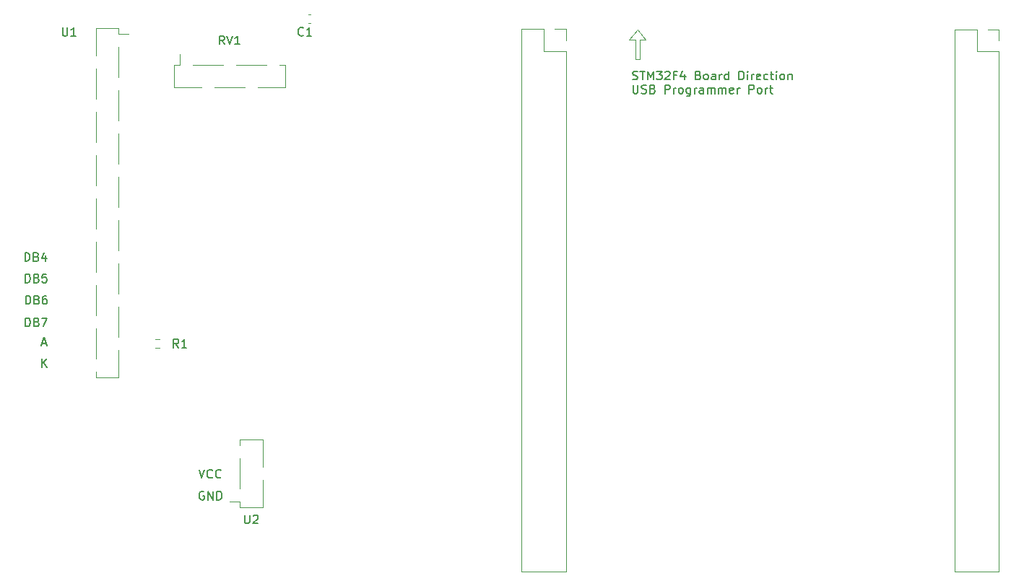
<source format=gbr>
%TF.GenerationSoftware,KiCad,Pcbnew,7.0.1*%
%TF.CreationDate,2023-05-30T20:42:55-06:00*%
%TF.ProjectId,Phase_D_STM_Shield,50686173-655f-4445-9f53-544d5f536869,rev?*%
%TF.SameCoordinates,Original*%
%TF.FileFunction,Legend,Top*%
%TF.FilePolarity,Positive*%
%FSLAX46Y46*%
G04 Gerber Fmt 4.6, Leading zero omitted, Abs format (unit mm)*
G04 Created by KiCad (PCBNEW 7.0.1) date 2023-05-30 20:42:55*
%MOMM*%
%LPD*%
G01*
G04 APERTURE LIST*
%ADD10C,0.120000*%
%ADD11C,0.150000*%
G04 APERTURE END LIST*
D10*
X169492200Y-43134400D02*
X168742200Y-43134400D01*
X170742200Y-43134400D02*
X169742200Y-41884400D01*
X170742200Y-43134400D02*
X169992200Y-43134400D01*
X169492200Y-45384400D02*
X169992200Y-45384400D01*
X169992200Y-45384400D02*
X169992200Y-43134400D01*
X169492200Y-43134400D02*
X169492200Y-45384400D01*
X169742200Y-41884400D02*
X168742200Y-43134400D01*
D11*
X118916283Y-96118882D02*
X118821045Y-96071263D01*
X118821045Y-96071263D02*
X118678188Y-96071263D01*
X118678188Y-96071263D02*
X118535331Y-96118882D01*
X118535331Y-96118882D02*
X118440093Y-96214120D01*
X118440093Y-96214120D02*
X118392474Y-96309358D01*
X118392474Y-96309358D02*
X118344855Y-96499834D01*
X118344855Y-96499834D02*
X118344855Y-96642691D01*
X118344855Y-96642691D02*
X118392474Y-96833167D01*
X118392474Y-96833167D02*
X118440093Y-96928405D01*
X118440093Y-96928405D02*
X118535331Y-97023644D01*
X118535331Y-97023644D02*
X118678188Y-97071263D01*
X118678188Y-97071263D02*
X118773426Y-97071263D01*
X118773426Y-97071263D02*
X118916283Y-97023644D01*
X118916283Y-97023644D02*
X118963902Y-96976024D01*
X118963902Y-96976024D02*
X118963902Y-96642691D01*
X118963902Y-96642691D02*
X118773426Y-96642691D01*
X119392474Y-97071263D02*
X119392474Y-96071263D01*
X119392474Y-96071263D02*
X119963902Y-97071263D01*
X119963902Y-97071263D02*
X119963902Y-96071263D01*
X120440093Y-97071263D02*
X120440093Y-96071263D01*
X120440093Y-96071263D02*
X120678188Y-96071263D01*
X120678188Y-96071263D02*
X120821045Y-96118882D01*
X120821045Y-96118882D02*
X120916283Y-96214120D01*
X120916283Y-96214120D02*
X120963902Y-96309358D01*
X120963902Y-96309358D02*
X121011521Y-96499834D01*
X121011521Y-96499834D02*
X121011521Y-96642691D01*
X121011521Y-96642691D02*
X120963902Y-96833167D01*
X120963902Y-96833167D02*
X120916283Y-96928405D01*
X120916283Y-96928405D02*
X120821045Y-97023644D01*
X120821045Y-97023644D02*
X120678188Y-97071263D01*
X120678188Y-97071263D02*
X120440093Y-97071263D01*
X97984155Y-76744949D02*
X97984155Y-75744949D01*
X97984155Y-75744949D02*
X98222250Y-75744949D01*
X98222250Y-75744949D02*
X98365107Y-75792568D01*
X98365107Y-75792568D02*
X98460345Y-75887806D01*
X98460345Y-75887806D02*
X98507964Y-75983044D01*
X98507964Y-75983044D02*
X98555583Y-76173520D01*
X98555583Y-76173520D02*
X98555583Y-76316377D01*
X98555583Y-76316377D02*
X98507964Y-76506853D01*
X98507964Y-76506853D02*
X98460345Y-76602091D01*
X98460345Y-76602091D02*
X98365107Y-76697330D01*
X98365107Y-76697330D02*
X98222250Y-76744949D01*
X98222250Y-76744949D02*
X97984155Y-76744949D01*
X99317488Y-76221139D02*
X99460345Y-76268758D01*
X99460345Y-76268758D02*
X99507964Y-76316377D01*
X99507964Y-76316377D02*
X99555583Y-76411615D01*
X99555583Y-76411615D02*
X99555583Y-76554472D01*
X99555583Y-76554472D02*
X99507964Y-76649710D01*
X99507964Y-76649710D02*
X99460345Y-76697330D01*
X99460345Y-76697330D02*
X99365107Y-76744949D01*
X99365107Y-76744949D02*
X98984155Y-76744949D01*
X98984155Y-76744949D02*
X98984155Y-75744949D01*
X98984155Y-75744949D02*
X99317488Y-75744949D01*
X99317488Y-75744949D02*
X99412726Y-75792568D01*
X99412726Y-75792568D02*
X99460345Y-75840187D01*
X99460345Y-75840187D02*
X99507964Y-75935425D01*
X99507964Y-75935425D02*
X99507964Y-76030663D01*
X99507964Y-76030663D02*
X99460345Y-76125901D01*
X99460345Y-76125901D02*
X99412726Y-76173520D01*
X99412726Y-76173520D02*
X99317488Y-76221139D01*
X99317488Y-76221139D02*
X98984155Y-76221139D01*
X99888917Y-75744949D02*
X100555583Y-75744949D01*
X100555583Y-75744949D02*
X100127012Y-76744949D01*
X169182676Y-47739400D02*
X169325533Y-47787019D01*
X169325533Y-47787019D02*
X169563628Y-47787019D01*
X169563628Y-47787019D02*
X169658866Y-47739400D01*
X169658866Y-47739400D02*
X169706485Y-47691780D01*
X169706485Y-47691780D02*
X169754104Y-47596542D01*
X169754104Y-47596542D02*
X169754104Y-47501304D01*
X169754104Y-47501304D02*
X169706485Y-47406066D01*
X169706485Y-47406066D02*
X169658866Y-47358447D01*
X169658866Y-47358447D02*
X169563628Y-47310828D01*
X169563628Y-47310828D02*
X169373152Y-47263209D01*
X169373152Y-47263209D02*
X169277914Y-47215590D01*
X169277914Y-47215590D02*
X169230295Y-47167971D01*
X169230295Y-47167971D02*
X169182676Y-47072733D01*
X169182676Y-47072733D02*
X169182676Y-46977495D01*
X169182676Y-46977495D02*
X169230295Y-46882257D01*
X169230295Y-46882257D02*
X169277914Y-46834638D01*
X169277914Y-46834638D02*
X169373152Y-46787019D01*
X169373152Y-46787019D02*
X169611247Y-46787019D01*
X169611247Y-46787019D02*
X169754104Y-46834638D01*
X170039819Y-46787019D02*
X170611247Y-46787019D01*
X170325533Y-47787019D02*
X170325533Y-46787019D01*
X170944581Y-47787019D02*
X170944581Y-46787019D01*
X170944581Y-46787019D02*
X171277914Y-47501304D01*
X171277914Y-47501304D02*
X171611247Y-46787019D01*
X171611247Y-46787019D02*
X171611247Y-47787019D01*
X171992200Y-46787019D02*
X172611247Y-46787019D01*
X172611247Y-46787019D02*
X172277914Y-47167971D01*
X172277914Y-47167971D02*
X172420771Y-47167971D01*
X172420771Y-47167971D02*
X172516009Y-47215590D01*
X172516009Y-47215590D02*
X172563628Y-47263209D01*
X172563628Y-47263209D02*
X172611247Y-47358447D01*
X172611247Y-47358447D02*
X172611247Y-47596542D01*
X172611247Y-47596542D02*
X172563628Y-47691780D01*
X172563628Y-47691780D02*
X172516009Y-47739400D01*
X172516009Y-47739400D02*
X172420771Y-47787019D01*
X172420771Y-47787019D02*
X172135057Y-47787019D01*
X172135057Y-47787019D02*
X172039819Y-47739400D01*
X172039819Y-47739400D02*
X171992200Y-47691780D01*
X172992200Y-46882257D02*
X173039819Y-46834638D01*
X173039819Y-46834638D02*
X173135057Y-46787019D01*
X173135057Y-46787019D02*
X173373152Y-46787019D01*
X173373152Y-46787019D02*
X173468390Y-46834638D01*
X173468390Y-46834638D02*
X173516009Y-46882257D01*
X173516009Y-46882257D02*
X173563628Y-46977495D01*
X173563628Y-46977495D02*
X173563628Y-47072733D01*
X173563628Y-47072733D02*
X173516009Y-47215590D01*
X173516009Y-47215590D02*
X172944581Y-47787019D01*
X172944581Y-47787019D02*
X173563628Y-47787019D01*
X174325533Y-47263209D02*
X173992200Y-47263209D01*
X173992200Y-47787019D02*
X173992200Y-46787019D01*
X173992200Y-46787019D02*
X174468390Y-46787019D01*
X175277914Y-47120352D02*
X175277914Y-47787019D01*
X175039819Y-46739400D02*
X174801724Y-47453685D01*
X174801724Y-47453685D02*
X175420771Y-47453685D01*
X176896962Y-47263209D02*
X177039819Y-47310828D01*
X177039819Y-47310828D02*
X177087438Y-47358447D01*
X177087438Y-47358447D02*
X177135057Y-47453685D01*
X177135057Y-47453685D02*
X177135057Y-47596542D01*
X177135057Y-47596542D02*
X177087438Y-47691780D01*
X177087438Y-47691780D02*
X177039819Y-47739400D01*
X177039819Y-47739400D02*
X176944581Y-47787019D01*
X176944581Y-47787019D02*
X176563629Y-47787019D01*
X176563629Y-47787019D02*
X176563629Y-46787019D01*
X176563629Y-46787019D02*
X176896962Y-46787019D01*
X176896962Y-46787019D02*
X176992200Y-46834638D01*
X176992200Y-46834638D02*
X177039819Y-46882257D01*
X177039819Y-46882257D02*
X177087438Y-46977495D01*
X177087438Y-46977495D02*
X177087438Y-47072733D01*
X177087438Y-47072733D02*
X177039819Y-47167971D01*
X177039819Y-47167971D02*
X176992200Y-47215590D01*
X176992200Y-47215590D02*
X176896962Y-47263209D01*
X176896962Y-47263209D02*
X176563629Y-47263209D01*
X177706486Y-47787019D02*
X177611248Y-47739400D01*
X177611248Y-47739400D02*
X177563629Y-47691780D01*
X177563629Y-47691780D02*
X177516010Y-47596542D01*
X177516010Y-47596542D02*
X177516010Y-47310828D01*
X177516010Y-47310828D02*
X177563629Y-47215590D01*
X177563629Y-47215590D02*
X177611248Y-47167971D01*
X177611248Y-47167971D02*
X177706486Y-47120352D01*
X177706486Y-47120352D02*
X177849343Y-47120352D01*
X177849343Y-47120352D02*
X177944581Y-47167971D01*
X177944581Y-47167971D02*
X177992200Y-47215590D01*
X177992200Y-47215590D02*
X178039819Y-47310828D01*
X178039819Y-47310828D02*
X178039819Y-47596542D01*
X178039819Y-47596542D02*
X177992200Y-47691780D01*
X177992200Y-47691780D02*
X177944581Y-47739400D01*
X177944581Y-47739400D02*
X177849343Y-47787019D01*
X177849343Y-47787019D02*
X177706486Y-47787019D01*
X178896962Y-47787019D02*
X178896962Y-47263209D01*
X178896962Y-47263209D02*
X178849343Y-47167971D01*
X178849343Y-47167971D02*
X178754105Y-47120352D01*
X178754105Y-47120352D02*
X178563629Y-47120352D01*
X178563629Y-47120352D02*
X178468391Y-47167971D01*
X178896962Y-47739400D02*
X178801724Y-47787019D01*
X178801724Y-47787019D02*
X178563629Y-47787019D01*
X178563629Y-47787019D02*
X178468391Y-47739400D01*
X178468391Y-47739400D02*
X178420772Y-47644161D01*
X178420772Y-47644161D02*
X178420772Y-47548923D01*
X178420772Y-47548923D02*
X178468391Y-47453685D01*
X178468391Y-47453685D02*
X178563629Y-47406066D01*
X178563629Y-47406066D02*
X178801724Y-47406066D01*
X178801724Y-47406066D02*
X178896962Y-47358447D01*
X179373153Y-47787019D02*
X179373153Y-47120352D01*
X179373153Y-47310828D02*
X179420772Y-47215590D01*
X179420772Y-47215590D02*
X179468391Y-47167971D01*
X179468391Y-47167971D02*
X179563629Y-47120352D01*
X179563629Y-47120352D02*
X179658867Y-47120352D01*
X180420772Y-47787019D02*
X180420772Y-46787019D01*
X180420772Y-47739400D02*
X180325534Y-47787019D01*
X180325534Y-47787019D02*
X180135058Y-47787019D01*
X180135058Y-47787019D02*
X180039820Y-47739400D01*
X180039820Y-47739400D02*
X179992201Y-47691780D01*
X179992201Y-47691780D02*
X179944582Y-47596542D01*
X179944582Y-47596542D02*
X179944582Y-47310828D01*
X179944582Y-47310828D02*
X179992201Y-47215590D01*
X179992201Y-47215590D02*
X180039820Y-47167971D01*
X180039820Y-47167971D02*
X180135058Y-47120352D01*
X180135058Y-47120352D02*
X180325534Y-47120352D01*
X180325534Y-47120352D02*
X180420772Y-47167971D01*
X181658868Y-47787019D02*
X181658868Y-46787019D01*
X181658868Y-46787019D02*
X181896963Y-46787019D01*
X181896963Y-46787019D02*
X182039820Y-46834638D01*
X182039820Y-46834638D02*
X182135058Y-46929876D01*
X182135058Y-46929876D02*
X182182677Y-47025114D01*
X182182677Y-47025114D02*
X182230296Y-47215590D01*
X182230296Y-47215590D02*
X182230296Y-47358447D01*
X182230296Y-47358447D02*
X182182677Y-47548923D01*
X182182677Y-47548923D02*
X182135058Y-47644161D01*
X182135058Y-47644161D02*
X182039820Y-47739400D01*
X182039820Y-47739400D02*
X181896963Y-47787019D01*
X181896963Y-47787019D02*
X181658868Y-47787019D01*
X182658868Y-47787019D02*
X182658868Y-47120352D01*
X182658868Y-46787019D02*
X182611249Y-46834638D01*
X182611249Y-46834638D02*
X182658868Y-46882257D01*
X182658868Y-46882257D02*
X182706487Y-46834638D01*
X182706487Y-46834638D02*
X182658868Y-46787019D01*
X182658868Y-46787019D02*
X182658868Y-46882257D01*
X183135058Y-47787019D02*
X183135058Y-47120352D01*
X183135058Y-47310828D02*
X183182677Y-47215590D01*
X183182677Y-47215590D02*
X183230296Y-47167971D01*
X183230296Y-47167971D02*
X183325534Y-47120352D01*
X183325534Y-47120352D02*
X183420772Y-47120352D01*
X184135058Y-47739400D02*
X184039820Y-47787019D01*
X184039820Y-47787019D02*
X183849344Y-47787019D01*
X183849344Y-47787019D02*
X183754106Y-47739400D01*
X183754106Y-47739400D02*
X183706487Y-47644161D01*
X183706487Y-47644161D02*
X183706487Y-47263209D01*
X183706487Y-47263209D02*
X183754106Y-47167971D01*
X183754106Y-47167971D02*
X183849344Y-47120352D01*
X183849344Y-47120352D02*
X184039820Y-47120352D01*
X184039820Y-47120352D02*
X184135058Y-47167971D01*
X184135058Y-47167971D02*
X184182677Y-47263209D01*
X184182677Y-47263209D02*
X184182677Y-47358447D01*
X184182677Y-47358447D02*
X183706487Y-47453685D01*
X185039820Y-47739400D02*
X184944582Y-47787019D01*
X184944582Y-47787019D02*
X184754106Y-47787019D01*
X184754106Y-47787019D02*
X184658868Y-47739400D01*
X184658868Y-47739400D02*
X184611249Y-47691780D01*
X184611249Y-47691780D02*
X184563630Y-47596542D01*
X184563630Y-47596542D02*
X184563630Y-47310828D01*
X184563630Y-47310828D02*
X184611249Y-47215590D01*
X184611249Y-47215590D02*
X184658868Y-47167971D01*
X184658868Y-47167971D02*
X184754106Y-47120352D01*
X184754106Y-47120352D02*
X184944582Y-47120352D01*
X184944582Y-47120352D02*
X185039820Y-47167971D01*
X185325535Y-47120352D02*
X185706487Y-47120352D01*
X185468392Y-46787019D02*
X185468392Y-47644161D01*
X185468392Y-47644161D02*
X185516011Y-47739400D01*
X185516011Y-47739400D02*
X185611249Y-47787019D01*
X185611249Y-47787019D02*
X185706487Y-47787019D01*
X186039821Y-47787019D02*
X186039821Y-47120352D01*
X186039821Y-46787019D02*
X185992202Y-46834638D01*
X185992202Y-46834638D02*
X186039821Y-46882257D01*
X186039821Y-46882257D02*
X186087440Y-46834638D01*
X186087440Y-46834638D02*
X186039821Y-46787019D01*
X186039821Y-46787019D02*
X186039821Y-46882257D01*
X186658868Y-47787019D02*
X186563630Y-47739400D01*
X186563630Y-47739400D02*
X186516011Y-47691780D01*
X186516011Y-47691780D02*
X186468392Y-47596542D01*
X186468392Y-47596542D02*
X186468392Y-47310828D01*
X186468392Y-47310828D02*
X186516011Y-47215590D01*
X186516011Y-47215590D02*
X186563630Y-47167971D01*
X186563630Y-47167971D02*
X186658868Y-47120352D01*
X186658868Y-47120352D02*
X186801725Y-47120352D01*
X186801725Y-47120352D02*
X186896963Y-47167971D01*
X186896963Y-47167971D02*
X186944582Y-47215590D01*
X186944582Y-47215590D02*
X186992201Y-47310828D01*
X186992201Y-47310828D02*
X186992201Y-47596542D01*
X186992201Y-47596542D02*
X186944582Y-47691780D01*
X186944582Y-47691780D02*
X186896963Y-47739400D01*
X186896963Y-47739400D02*
X186801725Y-47787019D01*
X186801725Y-47787019D02*
X186658868Y-47787019D01*
X187420773Y-47120352D02*
X187420773Y-47787019D01*
X187420773Y-47215590D02*
X187468392Y-47167971D01*
X187468392Y-47167971D02*
X187563630Y-47120352D01*
X187563630Y-47120352D02*
X187706487Y-47120352D01*
X187706487Y-47120352D02*
X187801725Y-47167971D01*
X187801725Y-47167971D02*
X187849344Y-47263209D01*
X187849344Y-47263209D02*
X187849344Y-47787019D01*
X169230295Y-48407019D02*
X169230295Y-49216542D01*
X169230295Y-49216542D02*
X169277914Y-49311780D01*
X169277914Y-49311780D02*
X169325533Y-49359400D01*
X169325533Y-49359400D02*
X169420771Y-49407019D01*
X169420771Y-49407019D02*
X169611247Y-49407019D01*
X169611247Y-49407019D02*
X169706485Y-49359400D01*
X169706485Y-49359400D02*
X169754104Y-49311780D01*
X169754104Y-49311780D02*
X169801723Y-49216542D01*
X169801723Y-49216542D02*
X169801723Y-48407019D01*
X170230295Y-49359400D02*
X170373152Y-49407019D01*
X170373152Y-49407019D02*
X170611247Y-49407019D01*
X170611247Y-49407019D02*
X170706485Y-49359400D01*
X170706485Y-49359400D02*
X170754104Y-49311780D01*
X170754104Y-49311780D02*
X170801723Y-49216542D01*
X170801723Y-49216542D02*
X170801723Y-49121304D01*
X170801723Y-49121304D02*
X170754104Y-49026066D01*
X170754104Y-49026066D02*
X170706485Y-48978447D01*
X170706485Y-48978447D02*
X170611247Y-48930828D01*
X170611247Y-48930828D02*
X170420771Y-48883209D01*
X170420771Y-48883209D02*
X170325533Y-48835590D01*
X170325533Y-48835590D02*
X170277914Y-48787971D01*
X170277914Y-48787971D02*
X170230295Y-48692733D01*
X170230295Y-48692733D02*
X170230295Y-48597495D01*
X170230295Y-48597495D02*
X170277914Y-48502257D01*
X170277914Y-48502257D02*
X170325533Y-48454638D01*
X170325533Y-48454638D02*
X170420771Y-48407019D01*
X170420771Y-48407019D02*
X170658866Y-48407019D01*
X170658866Y-48407019D02*
X170801723Y-48454638D01*
X171563628Y-48883209D02*
X171706485Y-48930828D01*
X171706485Y-48930828D02*
X171754104Y-48978447D01*
X171754104Y-48978447D02*
X171801723Y-49073685D01*
X171801723Y-49073685D02*
X171801723Y-49216542D01*
X171801723Y-49216542D02*
X171754104Y-49311780D01*
X171754104Y-49311780D02*
X171706485Y-49359400D01*
X171706485Y-49359400D02*
X171611247Y-49407019D01*
X171611247Y-49407019D02*
X171230295Y-49407019D01*
X171230295Y-49407019D02*
X171230295Y-48407019D01*
X171230295Y-48407019D02*
X171563628Y-48407019D01*
X171563628Y-48407019D02*
X171658866Y-48454638D01*
X171658866Y-48454638D02*
X171706485Y-48502257D01*
X171706485Y-48502257D02*
X171754104Y-48597495D01*
X171754104Y-48597495D02*
X171754104Y-48692733D01*
X171754104Y-48692733D02*
X171706485Y-48787971D01*
X171706485Y-48787971D02*
X171658866Y-48835590D01*
X171658866Y-48835590D02*
X171563628Y-48883209D01*
X171563628Y-48883209D02*
X171230295Y-48883209D01*
X172992200Y-49407019D02*
X172992200Y-48407019D01*
X172992200Y-48407019D02*
X173373152Y-48407019D01*
X173373152Y-48407019D02*
X173468390Y-48454638D01*
X173468390Y-48454638D02*
X173516009Y-48502257D01*
X173516009Y-48502257D02*
X173563628Y-48597495D01*
X173563628Y-48597495D02*
X173563628Y-48740352D01*
X173563628Y-48740352D02*
X173516009Y-48835590D01*
X173516009Y-48835590D02*
X173468390Y-48883209D01*
X173468390Y-48883209D02*
X173373152Y-48930828D01*
X173373152Y-48930828D02*
X172992200Y-48930828D01*
X173992200Y-49407019D02*
X173992200Y-48740352D01*
X173992200Y-48930828D02*
X174039819Y-48835590D01*
X174039819Y-48835590D02*
X174087438Y-48787971D01*
X174087438Y-48787971D02*
X174182676Y-48740352D01*
X174182676Y-48740352D02*
X174277914Y-48740352D01*
X174754105Y-49407019D02*
X174658867Y-49359400D01*
X174658867Y-49359400D02*
X174611248Y-49311780D01*
X174611248Y-49311780D02*
X174563629Y-49216542D01*
X174563629Y-49216542D02*
X174563629Y-48930828D01*
X174563629Y-48930828D02*
X174611248Y-48835590D01*
X174611248Y-48835590D02*
X174658867Y-48787971D01*
X174658867Y-48787971D02*
X174754105Y-48740352D01*
X174754105Y-48740352D02*
X174896962Y-48740352D01*
X174896962Y-48740352D02*
X174992200Y-48787971D01*
X174992200Y-48787971D02*
X175039819Y-48835590D01*
X175039819Y-48835590D02*
X175087438Y-48930828D01*
X175087438Y-48930828D02*
X175087438Y-49216542D01*
X175087438Y-49216542D02*
X175039819Y-49311780D01*
X175039819Y-49311780D02*
X174992200Y-49359400D01*
X174992200Y-49359400D02*
X174896962Y-49407019D01*
X174896962Y-49407019D02*
X174754105Y-49407019D01*
X175944581Y-48740352D02*
X175944581Y-49549876D01*
X175944581Y-49549876D02*
X175896962Y-49645114D01*
X175896962Y-49645114D02*
X175849343Y-49692733D01*
X175849343Y-49692733D02*
X175754105Y-49740352D01*
X175754105Y-49740352D02*
X175611248Y-49740352D01*
X175611248Y-49740352D02*
X175516010Y-49692733D01*
X175944581Y-49359400D02*
X175849343Y-49407019D01*
X175849343Y-49407019D02*
X175658867Y-49407019D01*
X175658867Y-49407019D02*
X175563629Y-49359400D01*
X175563629Y-49359400D02*
X175516010Y-49311780D01*
X175516010Y-49311780D02*
X175468391Y-49216542D01*
X175468391Y-49216542D02*
X175468391Y-48930828D01*
X175468391Y-48930828D02*
X175516010Y-48835590D01*
X175516010Y-48835590D02*
X175563629Y-48787971D01*
X175563629Y-48787971D02*
X175658867Y-48740352D01*
X175658867Y-48740352D02*
X175849343Y-48740352D01*
X175849343Y-48740352D02*
X175944581Y-48787971D01*
X176420772Y-49407019D02*
X176420772Y-48740352D01*
X176420772Y-48930828D02*
X176468391Y-48835590D01*
X176468391Y-48835590D02*
X176516010Y-48787971D01*
X176516010Y-48787971D02*
X176611248Y-48740352D01*
X176611248Y-48740352D02*
X176706486Y-48740352D01*
X177468391Y-49407019D02*
X177468391Y-48883209D01*
X177468391Y-48883209D02*
X177420772Y-48787971D01*
X177420772Y-48787971D02*
X177325534Y-48740352D01*
X177325534Y-48740352D02*
X177135058Y-48740352D01*
X177135058Y-48740352D02*
X177039820Y-48787971D01*
X177468391Y-49359400D02*
X177373153Y-49407019D01*
X177373153Y-49407019D02*
X177135058Y-49407019D01*
X177135058Y-49407019D02*
X177039820Y-49359400D01*
X177039820Y-49359400D02*
X176992201Y-49264161D01*
X176992201Y-49264161D02*
X176992201Y-49168923D01*
X176992201Y-49168923D02*
X177039820Y-49073685D01*
X177039820Y-49073685D02*
X177135058Y-49026066D01*
X177135058Y-49026066D02*
X177373153Y-49026066D01*
X177373153Y-49026066D02*
X177468391Y-48978447D01*
X177944582Y-49407019D02*
X177944582Y-48740352D01*
X177944582Y-48835590D02*
X177992201Y-48787971D01*
X177992201Y-48787971D02*
X178087439Y-48740352D01*
X178087439Y-48740352D02*
X178230296Y-48740352D01*
X178230296Y-48740352D02*
X178325534Y-48787971D01*
X178325534Y-48787971D02*
X178373153Y-48883209D01*
X178373153Y-48883209D02*
X178373153Y-49407019D01*
X178373153Y-48883209D02*
X178420772Y-48787971D01*
X178420772Y-48787971D02*
X178516010Y-48740352D01*
X178516010Y-48740352D02*
X178658867Y-48740352D01*
X178658867Y-48740352D02*
X178754106Y-48787971D01*
X178754106Y-48787971D02*
X178801725Y-48883209D01*
X178801725Y-48883209D02*
X178801725Y-49407019D01*
X179277915Y-49407019D02*
X179277915Y-48740352D01*
X179277915Y-48835590D02*
X179325534Y-48787971D01*
X179325534Y-48787971D02*
X179420772Y-48740352D01*
X179420772Y-48740352D02*
X179563629Y-48740352D01*
X179563629Y-48740352D02*
X179658867Y-48787971D01*
X179658867Y-48787971D02*
X179706486Y-48883209D01*
X179706486Y-48883209D02*
X179706486Y-49407019D01*
X179706486Y-48883209D02*
X179754105Y-48787971D01*
X179754105Y-48787971D02*
X179849343Y-48740352D01*
X179849343Y-48740352D02*
X179992200Y-48740352D01*
X179992200Y-48740352D02*
X180087439Y-48787971D01*
X180087439Y-48787971D02*
X180135058Y-48883209D01*
X180135058Y-48883209D02*
X180135058Y-49407019D01*
X180992200Y-49359400D02*
X180896962Y-49407019D01*
X180896962Y-49407019D02*
X180706486Y-49407019D01*
X180706486Y-49407019D02*
X180611248Y-49359400D01*
X180611248Y-49359400D02*
X180563629Y-49264161D01*
X180563629Y-49264161D02*
X180563629Y-48883209D01*
X180563629Y-48883209D02*
X180611248Y-48787971D01*
X180611248Y-48787971D02*
X180706486Y-48740352D01*
X180706486Y-48740352D02*
X180896962Y-48740352D01*
X180896962Y-48740352D02*
X180992200Y-48787971D01*
X180992200Y-48787971D02*
X181039819Y-48883209D01*
X181039819Y-48883209D02*
X181039819Y-48978447D01*
X181039819Y-48978447D02*
X180563629Y-49073685D01*
X181468391Y-49407019D02*
X181468391Y-48740352D01*
X181468391Y-48930828D02*
X181516010Y-48835590D01*
X181516010Y-48835590D02*
X181563629Y-48787971D01*
X181563629Y-48787971D02*
X181658867Y-48740352D01*
X181658867Y-48740352D02*
X181754105Y-48740352D01*
X182849344Y-49407019D02*
X182849344Y-48407019D01*
X182849344Y-48407019D02*
X183230296Y-48407019D01*
X183230296Y-48407019D02*
X183325534Y-48454638D01*
X183325534Y-48454638D02*
X183373153Y-48502257D01*
X183373153Y-48502257D02*
X183420772Y-48597495D01*
X183420772Y-48597495D02*
X183420772Y-48740352D01*
X183420772Y-48740352D02*
X183373153Y-48835590D01*
X183373153Y-48835590D02*
X183325534Y-48883209D01*
X183325534Y-48883209D02*
X183230296Y-48930828D01*
X183230296Y-48930828D02*
X182849344Y-48930828D01*
X183992201Y-49407019D02*
X183896963Y-49359400D01*
X183896963Y-49359400D02*
X183849344Y-49311780D01*
X183849344Y-49311780D02*
X183801725Y-49216542D01*
X183801725Y-49216542D02*
X183801725Y-48930828D01*
X183801725Y-48930828D02*
X183849344Y-48835590D01*
X183849344Y-48835590D02*
X183896963Y-48787971D01*
X183896963Y-48787971D02*
X183992201Y-48740352D01*
X183992201Y-48740352D02*
X184135058Y-48740352D01*
X184135058Y-48740352D02*
X184230296Y-48787971D01*
X184230296Y-48787971D02*
X184277915Y-48835590D01*
X184277915Y-48835590D02*
X184325534Y-48930828D01*
X184325534Y-48930828D02*
X184325534Y-49216542D01*
X184325534Y-49216542D02*
X184277915Y-49311780D01*
X184277915Y-49311780D02*
X184230296Y-49359400D01*
X184230296Y-49359400D02*
X184135058Y-49407019D01*
X184135058Y-49407019D02*
X183992201Y-49407019D01*
X184754106Y-49407019D02*
X184754106Y-48740352D01*
X184754106Y-48930828D02*
X184801725Y-48835590D01*
X184801725Y-48835590D02*
X184849344Y-48787971D01*
X184849344Y-48787971D02*
X184944582Y-48740352D01*
X184944582Y-48740352D02*
X185039820Y-48740352D01*
X185230297Y-48740352D02*
X185611249Y-48740352D01*
X185373154Y-48407019D02*
X185373154Y-49264161D01*
X185373154Y-49264161D02*
X185420773Y-49359400D01*
X185420773Y-49359400D02*
X185516011Y-49407019D01*
X185516011Y-49407019D02*
X185611249Y-49407019D01*
X97984155Y-71592023D02*
X97984155Y-70592023D01*
X97984155Y-70592023D02*
X98222250Y-70592023D01*
X98222250Y-70592023D02*
X98365107Y-70639642D01*
X98365107Y-70639642D02*
X98460345Y-70734880D01*
X98460345Y-70734880D02*
X98507964Y-70830118D01*
X98507964Y-70830118D02*
X98555583Y-71020594D01*
X98555583Y-71020594D02*
X98555583Y-71163451D01*
X98555583Y-71163451D02*
X98507964Y-71353927D01*
X98507964Y-71353927D02*
X98460345Y-71449165D01*
X98460345Y-71449165D02*
X98365107Y-71544404D01*
X98365107Y-71544404D02*
X98222250Y-71592023D01*
X98222250Y-71592023D02*
X97984155Y-71592023D01*
X99317488Y-71068213D02*
X99460345Y-71115832D01*
X99460345Y-71115832D02*
X99507964Y-71163451D01*
X99507964Y-71163451D02*
X99555583Y-71258689D01*
X99555583Y-71258689D02*
X99555583Y-71401546D01*
X99555583Y-71401546D02*
X99507964Y-71496784D01*
X99507964Y-71496784D02*
X99460345Y-71544404D01*
X99460345Y-71544404D02*
X99365107Y-71592023D01*
X99365107Y-71592023D02*
X98984155Y-71592023D01*
X98984155Y-71592023D02*
X98984155Y-70592023D01*
X98984155Y-70592023D02*
X99317488Y-70592023D01*
X99317488Y-70592023D02*
X99412726Y-70639642D01*
X99412726Y-70639642D02*
X99460345Y-70687261D01*
X99460345Y-70687261D02*
X99507964Y-70782499D01*
X99507964Y-70782499D02*
X99507964Y-70877737D01*
X99507964Y-70877737D02*
X99460345Y-70972975D01*
X99460345Y-70972975D02*
X99412726Y-71020594D01*
X99412726Y-71020594D02*
X99317488Y-71068213D01*
X99317488Y-71068213D02*
X98984155Y-71068213D01*
X100460345Y-70592023D02*
X99984155Y-70592023D01*
X99984155Y-70592023D02*
X99936536Y-71068213D01*
X99936536Y-71068213D02*
X99984155Y-71020594D01*
X99984155Y-71020594D02*
X100079393Y-70972975D01*
X100079393Y-70972975D02*
X100317488Y-70972975D01*
X100317488Y-70972975D02*
X100412726Y-71020594D01*
X100412726Y-71020594D02*
X100460345Y-71068213D01*
X100460345Y-71068213D02*
X100507964Y-71163451D01*
X100507964Y-71163451D02*
X100507964Y-71401546D01*
X100507964Y-71401546D02*
X100460345Y-71496784D01*
X100460345Y-71496784D02*
X100412726Y-71544404D01*
X100412726Y-71544404D02*
X100317488Y-71592023D01*
X100317488Y-71592023D02*
X100079393Y-71592023D01*
X100079393Y-71592023D02*
X99984155Y-71544404D01*
X99984155Y-71544404D02*
X99936536Y-71496784D01*
X118337459Y-93523848D02*
X118670792Y-94523848D01*
X118670792Y-94523848D02*
X119004125Y-93523848D01*
X119908887Y-94428609D02*
X119861268Y-94476229D01*
X119861268Y-94476229D02*
X119718411Y-94523848D01*
X119718411Y-94523848D02*
X119623173Y-94523848D01*
X119623173Y-94523848D02*
X119480316Y-94476229D01*
X119480316Y-94476229D02*
X119385078Y-94380990D01*
X119385078Y-94380990D02*
X119337459Y-94285752D01*
X119337459Y-94285752D02*
X119289840Y-94095276D01*
X119289840Y-94095276D02*
X119289840Y-93952419D01*
X119289840Y-93952419D02*
X119337459Y-93761943D01*
X119337459Y-93761943D02*
X119385078Y-93666705D01*
X119385078Y-93666705D02*
X119480316Y-93571467D01*
X119480316Y-93571467D02*
X119623173Y-93523848D01*
X119623173Y-93523848D02*
X119718411Y-93523848D01*
X119718411Y-93523848D02*
X119861268Y-93571467D01*
X119861268Y-93571467D02*
X119908887Y-93619086D01*
X120908887Y-94428609D02*
X120861268Y-94476229D01*
X120861268Y-94476229D02*
X120718411Y-94523848D01*
X120718411Y-94523848D02*
X120623173Y-94523848D01*
X120623173Y-94523848D02*
X120480316Y-94476229D01*
X120480316Y-94476229D02*
X120385078Y-94380990D01*
X120385078Y-94380990D02*
X120337459Y-94285752D01*
X120337459Y-94285752D02*
X120289840Y-94095276D01*
X120289840Y-94095276D02*
X120289840Y-93952419D01*
X120289840Y-93952419D02*
X120337459Y-93761943D01*
X120337459Y-93761943D02*
X120385078Y-93666705D01*
X120385078Y-93666705D02*
X120480316Y-93571467D01*
X120480316Y-93571467D02*
X120623173Y-93523848D01*
X120623173Y-93523848D02*
X120718411Y-93523848D01*
X120718411Y-93523848D02*
X120861268Y-93571467D01*
X120861268Y-93571467D02*
X120908887Y-93619086D01*
X98023409Y-74114882D02*
X98023409Y-73114882D01*
X98023409Y-73114882D02*
X98261504Y-73114882D01*
X98261504Y-73114882D02*
X98404361Y-73162501D01*
X98404361Y-73162501D02*
X98499599Y-73257739D01*
X98499599Y-73257739D02*
X98547218Y-73352977D01*
X98547218Y-73352977D02*
X98594837Y-73543453D01*
X98594837Y-73543453D02*
X98594837Y-73686310D01*
X98594837Y-73686310D02*
X98547218Y-73876786D01*
X98547218Y-73876786D02*
X98499599Y-73972024D01*
X98499599Y-73972024D02*
X98404361Y-74067263D01*
X98404361Y-74067263D02*
X98261504Y-74114882D01*
X98261504Y-74114882D02*
X98023409Y-74114882D01*
X99356742Y-73591072D02*
X99499599Y-73638691D01*
X99499599Y-73638691D02*
X99547218Y-73686310D01*
X99547218Y-73686310D02*
X99594837Y-73781548D01*
X99594837Y-73781548D02*
X99594837Y-73924405D01*
X99594837Y-73924405D02*
X99547218Y-74019643D01*
X99547218Y-74019643D02*
X99499599Y-74067263D01*
X99499599Y-74067263D02*
X99404361Y-74114882D01*
X99404361Y-74114882D02*
X99023409Y-74114882D01*
X99023409Y-74114882D02*
X99023409Y-73114882D01*
X99023409Y-73114882D02*
X99356742Y-73114882D01*
X99356742Y-73114882D02*
X99451980Y-73162501D01*
X99451980Y-73162501D02*
X99499599Y-73210120D01*
X99499599Y-73210120D02*
X99547218Y-73305358D01*
X99547218Y-73305358D02*
X99547218Y-73400596D01*
X99547218Y-73400596D02*
X99499599Y-73495834D01*
X99499599Y-73495834D02*
X99451980Y-73543453D01*
X99451980Y-73543453D02*
X99356742Y-73591072D01*
X99356742Y-73591072D02*
X99023409Y-73591072D01*
X100451980Y-73114882D02*
X100261504Y-73114882D01*
X100261504Y-73114882D02*
X100166266Y-73162501D01*
X100166266Y-73162501D02*
X100118647Y-73210120D01*
X100118647Y-73210120D02*
X100023409Y-73352977D01*
X100023409Y-73352977D02*
X99975790Y-73543453D01*
X99975790Y-73543453D02*
X99975790Y-73924405D01*
X99975790Y-73924405D02*
X100023409Y-74019643D01*
X100023409Y-74019643D02*
X100071028Y-74067263D01*
X100071028Y-74067263D02*
X100166266Y-74114882D01*
X100166266Y-74114882D02*
X100356742Y-74114882D01*
X100356742Y-74114882D02*
X100451980Y-74067263D01*
X100451980Y-74067263D02*
X100499599Y-74019643D01*
X100499599Y-74019643D02*
X100547218Y-73924405D01*
X100547218Y-73924405D02*
X100547218Y-73686310D01*
X100547218Y-73686310D02*
X100499599Y-73591072D01*
X100499599Y-73591072D02*
X100451980Y-73543453D01*
X100451980Y-73543453D02*
X100356742Y-73495834D01*
X100356742Y-73495834D02*
X100166266Y-73495834D01*
X100166266Y-73495834D02*
X100071028Y-73543453D01*
X100071028Y-73543453D02*
X100023409Y-73591072D01*
X100023409Y-73591072D02*
X99975790Y-73686310D01*
X99958493Y-81542615D02*
X99958493Y-80542615D01*
X100529921Y-81542615D02*
X100101350Y-80971186D01*
X100529921Y-80542615D02*
X99958493Y-81114043D01*
X99910874Y-78713289D02*
X100387064Y-78713289D01*
X99815636Y-78999004D02*
X100148969Y-77999004D01*
X100148969Y-77999004D02*
X100482302Y-78999004D01*
X97944900Y-69079720D02*
X97944900Y-68079720D01*
X97944900Y-68079720D02*
X98182995Y-68079720D01*
X98182995Y-68079720D02*
X98325852Y-68127339D01*
X98325852Y-68127339D02*
X98421090Y-68222577D01*
X98421090Y-68222577D02*
X98468709Y-68317815D01*
X98468709Y-68317815D02*
X98516328Y-68508291D01*
X98516328Y-68508291D02*
X98516328Y-68651148D01*
X98516328Y-68651148D02*
X98468709Y-68841624D01*
X98468709Y-68841624D02*
X98421090Y-68936862D01*
X98421090Y-68936862D02*
X98325852Y-69032101D01*
X98325852Y-69032101D02*
X98182995Y-69079720D01*
X98182995Y-69079720D02*
X97944900Y-69079720D01*
X99278233Y-68555910D02*
X99421090Y-68603529D01*
X99421090Y-68603529D02*
X99468709Y-68651148D01*
X99468709Y-68651148D02*
X99516328Y-68746386D01*
X99516328Y-68746386D02*
X99516328Y-68889243D01*
X99516328Y-68889243D02*
X99468709Y-68984481D01*
X99468709Y-68984481D02*
X99421090Y-69032101D01*
X99421090Y-69032101D02*
X99325852Y-69079720D01*
X99325852Y-69079720D02*
X98944900Y-69079720D01*
X98944900Y-69079720D02*
X98944900Y-68079720D01*
X98944900Y-68079720D02*
X99278233Y-68079720D01*
X99278233Y-68079720D02*
X99373471Y-68127339D01*
X99373471Y-68127339D02*
X99421090Y-68174958D01*
X99421090Y-68174958D02*
X99468709Y-68270196D01*
X99468709Y-68270196D02*
X99468709Y-68365434D01*
X99468709Y-68365434D02*
X99421090Y-68460672D01*
X99421090Y-68460672D02*
X99373471Y-68508291D01*
X99373471Y-68508291D02*
X99278233Y-68555910D01*
X99278233Y-68555910D02*
X98944900Y-68555910D01*
X100373471Y-68413053D02*
X100373471Y-69079720D01*
X100135376Y-68032101D02*
X99897281Y-68746386D01*
X99897281Y-68746386D02*
X100516328Y-68746386D01*
%TO.C,RV1*%
X121324761Y-43642619D02*
X120991428Y-43166428D01*
X120753333Y-43642619D02*
X120753333Y-42642619D01*
X120753333Y-42642619D02*
X121134285Y-42642619D01*
X121134285Y-42642619D02*
X121229523Y-42690238D01*
X121229523Y-42690238D02*
X121277142Y-42737857D01*
X121277142Y-42737857D02*
X121324761Y-42833095D01*
X121324761Y-42833095D02*
X121324761Y-42975952D01*
X121324761Y-42975952D02*
X121277142Y-43071190D01*
X121277142Y-43071190D02*
X121229523Y-43118809D01*
X121229523Y-43118809D02*
X121134285Y-43166428D01*
X121134285Y-43166428D02*
X120753333Y-43166428D01*
X121610476Y-42642619D02*
X121943809Y-43642619D01*
X121943809Y-43642619D02*
X122277142Y-42642619D01*
X123134285Y-43642619D02*
X122562857Y-43642619D01*
X122848571Y-43642619D02*
X122848571Y-42642619D01*
X122848571Y-42642619D02*
X122753333Y-42785476D01*
X122753333Y-42785476D02*
X122658095Y-42880714D01*
X122658095Y-42880714D02*
X122562857Y-42928333D01*
%TO.C,U2*%
X123698095Y-98852619D02*
X123698095Y-99662142D01*
X123698095Y-99662142D02*
X123745714Y-99757380D01*
X123745714Y-99757380D02*
X123793333Y-99805000D01*
X123793333Y-99805000D02*
X123888571Y-99852619D01*
X123888571Y-99852619D02*
X124079047Y-99852619D01*
X124079047Y-99852619D02*
X124174285Y-99805000D01*
X124174285Y-99805000D02*
X124221904Y-99757380D01*
X124221904Y-99757380D02*
X124269523Y-99662142D01*
X124269523Y-99662142D02*
X124269523Y-98852619D01*
X124698095Y-98947857D02*
X124745714Y-98900238D01*
X124745714Y-98900238D02*
X124840952Y-98852619D01*
X124840952Y-98852619D02*
X125079047Y-98852619D01*
X125079047Y-98852619D02*
X125174285Y-98900238D01*
X125174285Y-98900238D02*
X125221904Y-98947857D01*
X125221904Y-98947857D02*
X125269523Y-99043095D01*
X125269523Y-99043095D02*
X125269523Y-99138333D01*
X125269523Y-99138333D02*
X125221904Y-99281190D01*
X125221904Y-99281190D02*
X124650476Y-99852619D01*
X124650476Y-99852619D02*
X125269523Y-99852619D01*
%TO.C,C1*%
X130573628Y-42551890D02*
X130526009Y-42599510D01*
X130526009Y-42599510D02*
X130383152Y-42647129D01*
X130383152Y-42647129D02*
X130287914Y-42647129D01*
X130287914Y-42647129D02*
X130145057Y-42599510D01*
X130145057Y-42599510D02*
X130049819Y-42504271D01*
X130049819Y-42504271D02*
X130002200Y-42409033D01*
X130002200Y-42409033D02*
X129954581Y-42218557D01*
X129954581Y-42218557D02*
X129954581Y-42075700D01*
X129954581Y-42075700D02*
X130002200Y-41885224D01*
X130002200Y-41885224D02*
X130049819Y-41789986D01*
X130049819Y-41789986D02*
X130145057Y-41694748D01*
X130145057Y-41694748D02*
X130287914Y-41647129D01*
X130287914Y-41647129D02*
X130383152Y-41647129D01*
X130383152Y-41647129D02*
X130526009Y-41694748D01*
X130526009Y-41694748D02*
X130573628Y-41742367D01*
X131526009Y-42647129D02*
X130954581Y-42647129D01*
X131240295Y-42647129D02*
X131240295Y-41647129D01*
X131240295Y-41647129D02*
X131145057Y-41789986D01*
X131145057Y-41789986D02*
X131049819Y-41885224D01*
X131049819Y-41885224D02*
X130954581Y-41932843D01*
%TO.C,R1*%
X115930846Y-79223670D02*
X115597513Y-78747479D01*
X115359418Y-79223670D02*
X115359418Y-78223670D01*
X115359418Y-78223670D02*
X115740370Y-78223670D01*
X115740370Y-78223670D02*
X115835608Y-78271289D01*
X115835608Y-78271289D02*
X115883227Y-78318908D01*
X115883227Y-78318908D02*
X115930846Y-78414146D01*
X115930846Y-78414146D02*
X115930846Y-78557003D01*
X115930846Y-78557003D02*
X115883227Y-78652241D01*
X115883227Y-78652241D02*
X115835608Y-78699860D01*
X115835608Y-78699860D02*
X115740370Y-78747479D01*
X115740370Y-78747479D02*
X115359418Y-78747479D01*
X116883227Y-79223670D02*
X116311799Y-79223670D01*
X116597513Y-79223670D02*
X116597513Y-78223670D01*
X116597513Y-78223670D02*
X116502275Y-78366527D01*
X116502275Y-78366527D02*
X116407037Y-78461765D01*
X116407037Y-78461765D02*
X116311799Y-78509384D01*
%TO.C,U1*%
X102337427Y-41655911D02*
X102337427Y-42465434D01*
X102337427Y-42465434D02*
X102385046Y-42560672D01*
X102385046Y-42560672D02*
X102432665Y-42608292D01*
X102432665Y-42608292D02*
X102527903Y-42655911D01*
X102527903Y-42655911D02*
X102718379Y-42655911D01*
X102718379Y-42655911D02*
X102813617Y-42608292D01*
X102813617Y-42608292D02*
X102861236Y-42560672D01*
X102861236Y-42560672D02*
X102908855Y-42465434D01*
X102908855Y-42465434D02*
X102908855Y-41655911D01*
X103908855Y-42655911D02*
X103337427Y-42655911D01*
X103623141Y-42655911D02*
X103623141Y-41655911D01*
X103623141Y-41655911D02*
X103527903Y-41798768D01*
X103527903Y-41798768D02*
X103432665Y-41894006D01*
X103432665Y-41894006D02*
X103337427Y-41941625D01*
D10*
%TO.C,RV1*%
X115410000Y-48700000D02*
X118620000Y-48700000D01*
X115410000Y-46040000D02*
X116080000Y-46040000D01*
X115410000Y-48700000D02*
X115410000Y-46040000D01*
X127760000Y-46040000D02*
X128430000Y-46040000D01*
X128430000Y-48700000D02*
X128430000Y-46040000D01*
X125220000Y-48700000D02*
X128430000Y-48700000D01*
X117600000Y-46040000D02*
X121160000Y-46040000D01*
X120140000Y-48700000D02*
X123700000Y-48700000D01*
X122680000Y-46040000D02*
X126240000Y-46040000D01*
X116080000Y-46040000D02*
X116080000Y-44830000D01*
%TO.C,J2*%
X206940000Y-41870000D02*
X206940000Y-105490000D01*
X206940000Y-41870000D02*
X209540000Y-41870000D01*
X206940000Y-105490000D02*
X212140000Y-105490000D01*
X209540000Y-41870000D02*
X209540000Y-44470000D01*
X209540000Y-44470000D02*
X212140000Y-44470000D01*
X210810000Y-41870000D02*
X212140000Y-41870000D01*
X212140000Y-41870000D02*
X212140000Y-43200000D01*
X212140000Y-44470000D02*
X212140000Y-105490000D01*
%TO.C,J1*%
X156150000Y-41850000D02*
X156150000Y-105470000D01*
X156150000Y-41850000D02*
X158750000Y-41850000D01*
X156150000Y-105470000D02*
X161350000Y-105470000D01*
X158750000Y-41850000D02*
X158750000Y-44450000D01*
X158750000Y-44450000D02*
X161350000Y-44450000D01*
X160020000Y-41850000D02*
X161350000Y-41850000D01*
X161350000Y-41850000D02*
X161350000Y-43180000D01*
X161350000Y-44450000D02*
X161350000Y-105470000D01*
%TO.C,U2*%
X125790000Y-97950000D02*
X125790000Y-94740000D01*
X125790000Y-97950000D02*
X123130000Y-97950000D01*
X125790000Y-93220000D02*
X125790000Y-90010000D01*
X125790000Y-90010000D02*
X123130000Y-90010000D01*
X123130000Y-97950000D02*
X123130000Y-97280000D01*
X123130000Y-97280000D02*
X121920000Y-97280000D01*
X123130000Y-95760000D02*
X123130000Y-92200000D01*
X123130000Y-90680000D02*
X123130000Y-90010000D01*
%TO.C,C1*%
X131164420Y-40130000D02*
X131445580Y-40130000D01*
X131164420Y-41150000D02*
X131445580Y-41150000D01*
%TO.C,R1*%
X113237742Y-78217500D02*
X113712258Y-78217500D01*
X113237742Y-79262500D02*
X113712258Y-79262500D01*
%TO.C,U1*%
X106240000Y-41750000D02*
X106240000Y-44960000D01*
X106240000Y-41750000D02*
X108900000Y-41750000D01*
X106240000Y-46480000D02*
X106240000Y-50040000D01*
X106240000Y-51560000D02*
X106240000Y-55120000D01*
X106240000Y-56640000D02*
X106240000Y-60200000D01*
X106240000Y-61720000D02*
X106240000Y-65280000D01*
X106240000Y-66800000D02*
X106240000Y-70360000D01*
X106240000Y-71880000D02*
X106240000Y-75440000D01*
X106240000Y-76960000D02*
X106240000Y-80520000D01*
X106240000Y-82040000D02*
X106240000Y-82710000D01*
X106240000Y-82710000D02*
X108900000Y-82710000D01*
X108900000Y-41750000D02*
X108900000Y-42420000D01*
X108900000Y-42420000D02*
X110110000Y-42420000D01*
X108900000Y-43940000D02*
X108900000Y-47500000D01*
X108900000Y-49020000D02*
X108900000Y-52580000D01*
X108900000Y-54100000D02*
X108900000Y-57660000D01*
X108900000Y-59180000D02*
X108900000Y-62740000D01*
X108900000Y-64260000D02*
X108900000Y-67820000D01*
X108900000Y-69340000D02*
X108900000Y-72900000D01*
X108900000Y-74420000D02*
X108900000Y-77980000D01*
X108900000Y-79500000D02*
X108900000Y-82710000D01*
%TD*%
M02*

</source>
